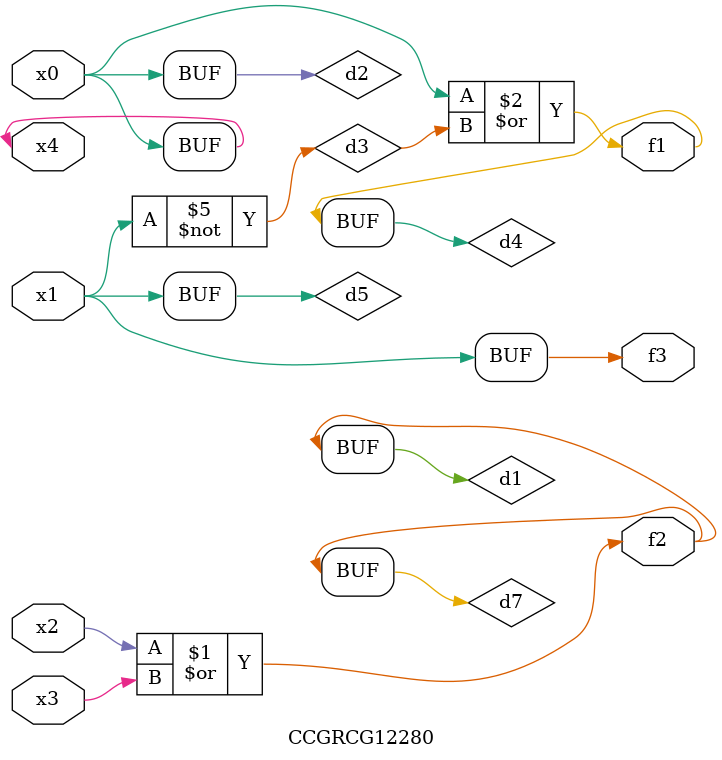
<source format=v>
module CCGRCG12280(
	input x0, x1, x2, x3, x4,
	output f1, f2, f3
);

	wire d1, d2, d3, d4, d5, d6, d7;

	or (d1, x2, x3);
	buf (d2, x0, x4);
	not (d3, x1);
	or (d4, d2, d3);
	not (d5, d3);
	nand (d6, d1, d3);
	or (d7, d1);
	assign f1 = d4;
	assign f2 = d7;
	assign f3 = d5;
endmodule

</source>
